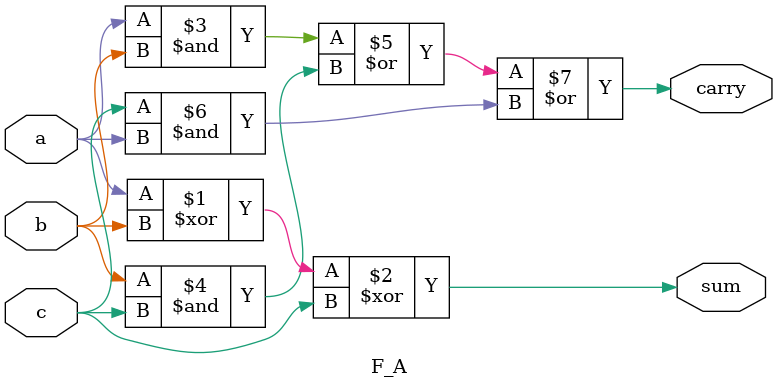
<source format=sv>
module F_A(
                  sum,
                  carry,
                  a,
                  b,
                  c
                 );
  
   input a,b,c;                      //input for full adder
  
   output wire sum, carry;                 //input for full adder
   
   assign sum = a ^ b ^ c;
  assign carry = (a & b) | (b & c)  | (c & a) ;
endmodule

</source>
